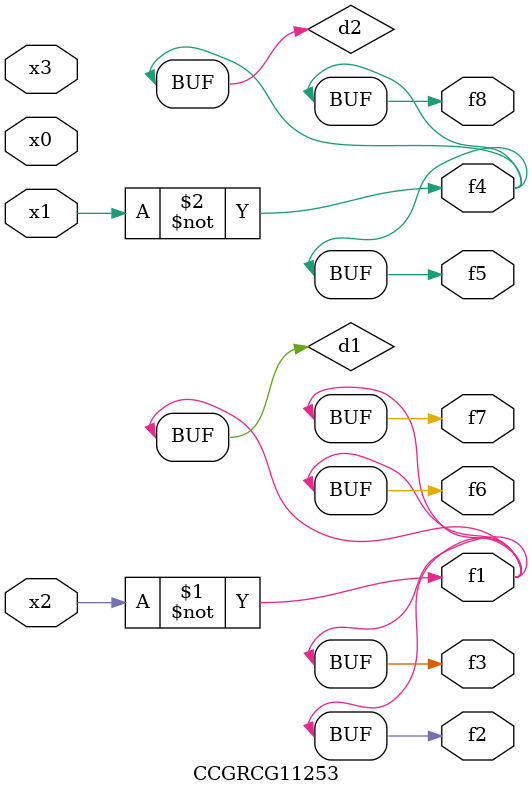
<source format=v>
module CCGRCG11253(
	input x0, x1, x2, x3,
	output f1, f2, f3, f4, f5, f6, f7, f8
);

	wire d1, d2;

	xnor (d1, x2);
	not (d2, x1);
	assign f1 = d1;
	assign f2 = d1;
	assign f3 = d1;
	assign f4 = d2;
	assign f5 = d2;
	assign f6 = d1;
	assign f7 = d1;
	assign f8 = d2;
endmodule

</source>
